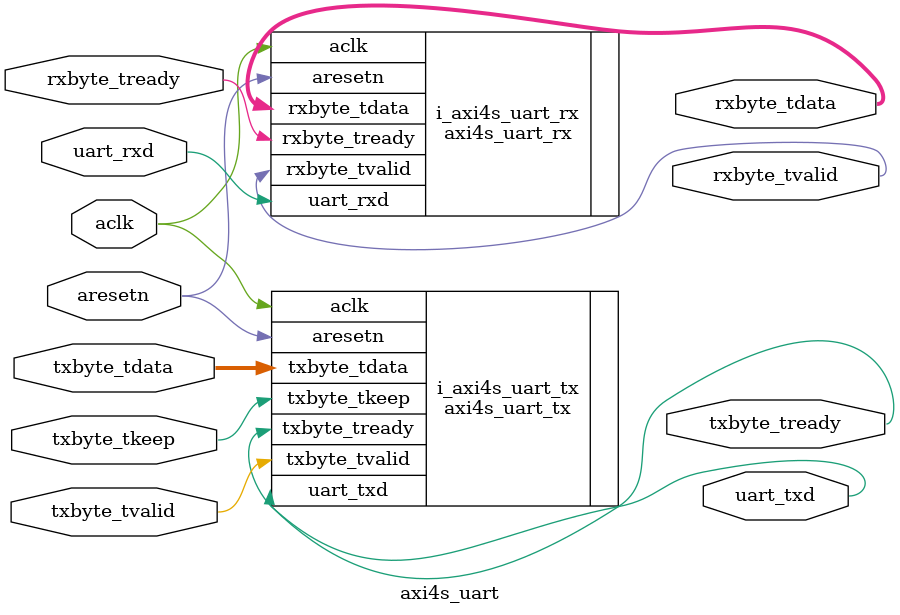
<source format=sv>



module axi4s_uart #(
  parameter int ACLK_FREQUENCY = 200000000,
  parameter int BAUD_RATE      = 9600,
  parameter int BAUD_RATE_SIM  = 50000000
)(
  // Clock and Reset
  input  logic        aclk,
  input  logic        aresetn,
  // Uart Interface
  output logic        uart_txd,
  input  logic        uart_rxd,
  // Axi4-Stream TxByte Interface
  input  logic        txbyte_tvalid,
  output logic        txbyte_tready,
  input  logic [7:0]  txbyte_tdata,
  input  logic [0:0]  txbyte_tkeep,
  // Axi4-Stream RxByte Interface
  output logic        rxbyte_tvalid,
  input  logic        rxbyte_tready,
  output logic [7:0]  rxbyte_tdata
);


  //--------------------------------------------------------------------------  
  axi4s_uart_rx #(
    .ACLK_FREQUENCY (ACLK_FREQUENCY),
    .BAUD_RATE      (BAUD_RATE),
    .BAUD_RATE_SIM  (BAUD_RATE_SIM)
  ) i_axi4s_uart_rx ( 
    .aclk           (aclk),
    .aresetn        (aresetn),
    .uart_rxd       (uart_rxd),
    .rxbyte_tvalid  (rxbyte_tvalid),
    .rxbyte_tready  (rxbyte_tready),
    .rxbyte_tdata   (rxbyte_tdata)
  );


  axi4s_uart_tx #(
    .ACLK_FREQUENCY (ACLK_FREQUENCY),
    .BAUD_RATE      (BAUD_RATE),
    .BAUD_RATE_SIM  (BAUD_RATE_SIM)
  ) i_axi4s_uart_tx ( 
    .aclk           (aclk),
    .aresetn        (aresetn),
    .uart_txd       (uart_txd),
    .txbyte_tvalid  (txbyte_tvalid),
    .txbyte_tready  (txbyte_tready),
    .txbyte_tdata   (txbyte_tdata),
    .txbyte_tkeep   (txbyte_tkeep) 
  );


endmodule
</source>
